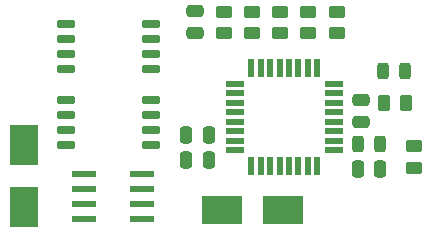
<source format=gtp>
%TF.GenerationSoftware,KiCad,Pcbnew,8.0.5*%
%TF.CreationDate,2024-12-04T08:56:06+06:00*%
%TF.ProjectId,MCU Datalogger,4d435520-4461-4746-916c-6f676765722e,rev?*%
%TF.SameCoordinates,Original*%
%TF.FileFunction,Paste,Top*%
%TF.FilePolarity,Positive*%
%FSLAX46Y46*%
G04 Gerber Fmt 4.6, Leading zero omitted, Abs format (unit mm)*
G04 Created by KiCad (PCBNEW 8.0.5) date 2024-12-04 08:56:06*
%MOMM*%
%LPD*%
G01*
G04 APERTURE LIST*
G04 Aperture macros list*
%AMRoundRect*
0 Rectangle with rounded corners*
0 $1 Rounding radius*
0 $2 $3 $4 $5 $6 $7 $8 $9 X,Y pos of 4 corners*
0 Add a 4 corners polygon primitive as box body*
4,1,4,$2,$3,$4,$5,$6,$7,$8,$9,$2,$3,0*
0 Add four circle primitives for the rounded corners*
1,1,$1+$1,$2,$3*
1,1,$1+$1,$4,$5*
1,1,$1+$1,$6,$7*
1,1,$1+$1,$8,$9*
0 Add four rect primitives between the rounded corners*
20,1,$1+$1,$2,$3,$4,$5,0*
20,1,$1+$1,$4,$5,$6,$7,0*
20,1,$1+$1,$6,$7,$8,$9,0*
20,1,$1+$1,$8,$9,$2,$3,0*%
G04 Aperture macros list end*
%ADD10RoundRect,0.150000X-0.650000X-0.150000X0.650000X-0.150000X0.650000X0.150000X-0.650000X0.150000X0*%
%ADD11RoundRect,0.250000X-0.450000X0.262500X-0.450000X-0.262500X0.450000X-0.262500X0.450000X0.262500X0*%
%ADD12RoundRect,0.068750X-0.666250X-0.206250X0.666250X-0.206250X0.666250X0.206250X-0.666250X0.206250X0*%
%ADD13RoundRect,0.068750X-0.206250X-0.666250X0.206250X-0.666250X0.206250X0.666250X-0.206250X0.666250X0*%
%ADD14RoundRect,0.073750X-0.911250X-0.221250X0.911250X-0.221250X0.911250X0.221250X-0.911250X0.221250X0*%
%ADD15RoundRect,0.250000X-0.475000X0.250000X-0.475000X-0.250000X0.475000X-0.250000X0.475000X0.250000X0*%
%ADD16R,3.500000X2.400000*%
%ADD17RoundRect,0.250000X0.250000X0.475000X-0.250000X0.475000X-0.250000X-0.475000X0.250000X-0.475000X0*%
%ADD18RoundRect,0.250000X-0.262500X-0.450000X0.262500X-0.450000X0.262500X0.450000X-0.262500X0.450000X0*%
%ADD19RoundRect,0.243750X0.243750X0.456250X-0.243750X0.456250X-0.243750X-0.456250X0.243750X-0.456250X0*%
%ADD20RoundRect,0.250000X-0.250000X-0.475000X0.250000X-0.475000X0.250000X0.475000X-0.250000X0.475000X0*%
%ADD21R,2.400000X3.500000*%
G04 APERTURE END LIST*
D10*
%TO.C,U3*%
X104750000Y-62595000D03*
X104750000Y-63865000D03*
X104750000Y-65135000D03*
X104750000Y-66405000D03*
X97550000Y-66405000D03*
X97550000Y-65135000D03*
X97550000Y-63865000D03*
X97550000Y-62595000D03*
%TD*%
D11*
%TO.C,R6*%
X118038000Y-61575000D03*
X118038000Y-63400000D03*
%TD*%
D12*
%TO.C,U2*%
X111830000Y-67700000D03*
X111830000Y-68500000D03*
X111830000Y-69300000D03*
X111830000Y-70100000D03*
X111830000Y-70900000D03*
X111830000Y-71700000D03*
X111830000Y-72500000D03*
X111830000Y-73300000D03*
D13*
X113200000Y-74670000D03*
X114000000Y-74670000D03*
X114800000Y-74670000D03*
X115600000Y-74670000D03*
X116400000Y-74670000D03*
X117200000Y-74670000D03*
X118000000Y-74670000D03*
X118800000Y-74670000D03*
D12*
X120170000Y-73300000D03*
X120170000Y-72500000D03*
X120170000Y-71700000D03*
X120170000Y-70900000D03*
X120170000Y-70100000D03*
X120170000Y-69300000D03*
X120170000Y-68500000D03*
X120170000Y-67700000D03*
D13*
X118800000Y-66330000D03*
X118000000Y-66330000D03*
X117200000Y-66330000D03*
X116400000Y-66330000D03*
X115600000Y-66330000D03*
X114800000Y-66330000D03*
X114000000Y-66330000D03*
X113200000Y-66330000D03*
%TD*%
D11*
%TO.C,R2*%
X110856000Y-61575000D03*
X110856000Y-63400000D03*
%TD*%
%TO.C,R1*%
X113250000Y-61575000D03*
X113250000Y-63400000D03*
%TD*%
D14*
%TO.C,U1*%
X103975000Y-75345000D03*
X103975000Y-76615000D03*
X103975000Y-77885000D03*
X103975000Y-79155000D03*
X99025000Y-79155000D03*
X99025000Y-77885000D03*
X99025000Y-76615000D03*
X99025000Y-75345000D03*
%TD*%
D11*
%TO.C,R5*%
X115644000Y-61575000D03*
X115644000Y-63400000D03*
%TD*%
D15*
%TO.C,C1*%
X108432000Y-61517500D03*
X108432000Y-63417500D03*
%TD*%
D16*
%TO.C,Y2*%
X115925600Y-78384400D03*
X110725600Y-78384400D03*
%TD*%
D11*
%TO.C,R7*%
X120432000Y-61575000D03*
X120432000Y-63400000D03*
%TD*%
D17*
%TO.C,C5*%
X109600000Y-74100000D03*
X107700000Y-74100000D03*
%TD*%
D18*
%TO.C,R3*%
X124437500Y-69350000D03*
X126262500Y-69350000D03*
%TD*%
D19*
%TO.C,D2*%
X124127500Y-72796400D03*
X122252500Y-72796400D03*
%TD*%
%TO.C,D1*%
X126250000Y-66600000D03*
X124375000Y-66600000D03*
%TD*%
D20*
%TO.C,C3*%
X122225700Y-74896400D03*
X124125700Y-74896400D03*
%TD*%
D21*
%TO.C,Y1*%
X94000000Y-72900000D03*
X94000000Y-78100000D03*
%TD*%
D17*
%TO.C,C4*%
X109600000Y-72000000D03*
X107700000Y-72000000D03*
%TD*%
D11*
%TO.C,R4*%
X126949200Y-72987500D03*
X126949200Y-74812500D03*
%TD*%
D10*
%TO.C,U4*%
X97550000Y-69095000D03*
X97550000Y-70365000D03*
X97550000Y-71635000D03*
X97550000Y-72905000D03*
X104750000Y-72905000D03*
X104750000Y-71635000D03*
X104750000Y-70365000D03*
X104750000Y-69095000D03*
%TD*%
D15*
%TO.C,C2*%
X122475700Y-69046400D03*
X122475700Y-70946400D03*
%TD*%
M02*

</source>
